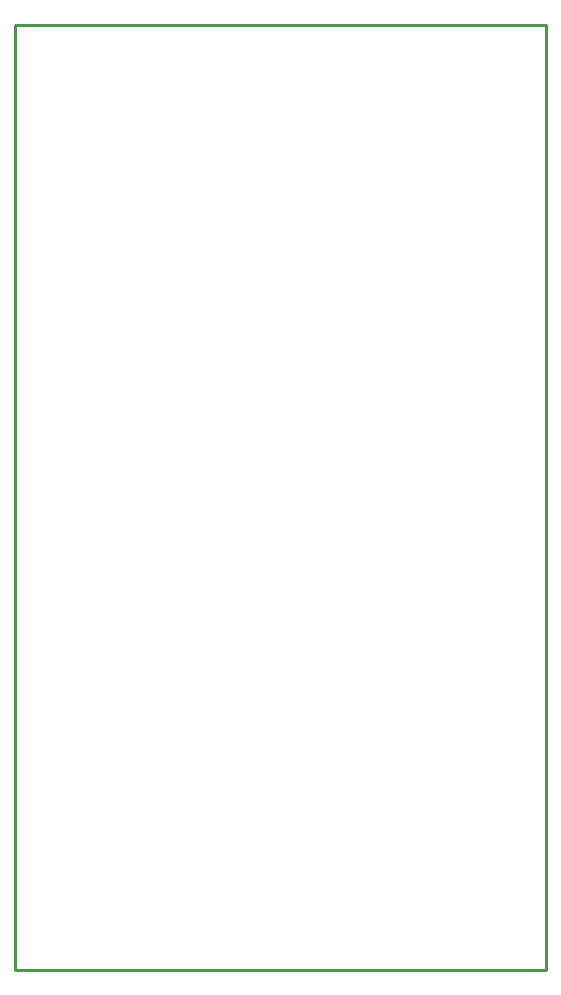
<source format=gm1>
G04 #@! TF.FileFunction,Profile,NP*
%FSLAX46Y46*%
G04 Gerber Fmt 4.6, Leading zero omitted, Abs format (unit mm)*
G04 Created by KiCad (PCBNEW 4.0.6) date Thu Jun  8 14:30:20 2017*
%MOMM*%
%LPD*%
G01*
G04 APERTURE LIST*
%ADD10C,0.100000*%
%ADD11C,0.254000*%
G04 APERTURE END LIST*
D10*
D11*
X128350000Y-127570000D02*
X128350000Y-47570000D01*
X173350000Y-127570000D02*
X128350000Y-127570000D01*
X173350000Y-47570000D02*
X173350000Y-127570000D01*
X128350000Y-47570000D02*
X173350000Y-47570000D01*
M02*

</source>
